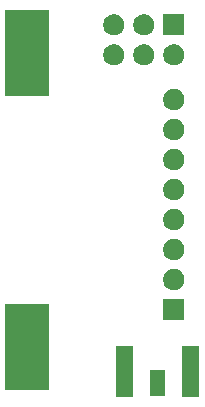
<source format=gbr>
G04 #@! TF.GenerationSoftware,KiCad,Pcbnew,5.1.6*
G04 #@! TF.CreationDate,2020-09-10T16:33:30+02:00*
G04 #@! TF.ProjectId,LORA_ATTINY84,4c4f5241-5f41-4545-9449-4e5938342e6b,rev?*
G04 #@! TF.SameCoordinates,Original*
G04 #@! TF.FileFunction,Soldermask,Bot*
G04 #@! TF.FilePolarity,Negative*
%FSLAX46Y46*%
G04 Gerber Fmt 4.6, Leading zero omitted, Abs format (unit mm)*
G04 Created by KiCad (PCBNEW 5.1.6) date 2020-09-10 16:33:30*
%MOMM*%
%LPD*%
G01*
G04 APERTURE LIST*
%ADD10C,0.100000*%
G04 APERTURE END LIST*
D10*
G36*
X91638200Y-79544800D02*
G01*
X90186200Y-79544800D01*
X90186200Y-75242800D01*
X91638200Y-75242800D01*
X91638200Y-79544800D01*
G37*
G36*
X85988200Y-79544800D02*
G01*
X84536200Y-79544800D01*
X84536200Y-75242800D01*
X85988200Y-75242800D01*
X85988200Y-79544800D01*
G37*
G36*
X88738200Y-79485400D02*
G01*
X87436200Y-79485400D01*
X87436200Y-77283400D01*
X88738200Y-77283400D01*
X88738200Y-79485400D01*
G37*
G36*
X78914600Y-78937400D02*
G01*
X75212600Y-78937400D01*
X75212600Y-71735400D01*
X78914600Y-71735400D01*
X78914600Y-78937400D01*
G37*
G36*
X90359800Y-73062400D02*
G01*
X88557800Y-73062400D01*
X88557800Y-71260400D01*
X90359800Y-71260400D01*
X90359800Y-73062400D01*
G37*
G36*
X89572312Y-68725327D02*
G01*
X89721612Y-68755024D01*
X89885584Y-68822944D01*
X90033154Y-68921547D01*
X90158653Y-69047046D01*
X90257256Y-69194616D01*
X90325176Y-69358588D01*
X90359800Y-69532659D01*
X90359800Y-69710141D01*
X90325176Y-69884212D01*
X90257256Y-70048184D01*
X90158653Y-70195754D01*
X90033154Y-70321253D01*
X89885584Y-70419856D01*
X89721612Y-70487776D01*
X89572312Y-70517473D01*
X89547542Y-70522400D01*
X89370058Y-70522400D01*
X89345288Y-70517473D01*
X89195988Y-70487776D01*
X89032016Y-70419856D01*
X88884446Y-70321253D01*
X88758947Y-70195754D01*
X88660344Y-70048184D01*
X88592424Y-69884212D01*
X88557800Y-69710141D01*
X88557800Y-69532659D01*
X88592424Y-69358588D01*
X88660344Y-69194616D01*
X88758947Y-69047046D01*
X88884446Y-68921547D01*
X89032016Y-68822944D01*
X89195988Y-68755024D01*
X89345288Y-68725327D01*
X89370058Y-68720400D01*
X89547542Y-68720400D01*
X89572312Y-68725327D01*
G37*
G36*
X89572312Y-66185327D02*
G01*
X89721612Y-66215024D01*
X89885584Y-66282944D01*
X90033154Y-66381547D01*
X90158653Y-66507046D01*
X90257256Y-66654616D01*
X90325176Y-66818588D01*
X90359800Y-66992659D01*
X90359800Y-67170141D01*
X90325176Y-67344212D01*
X90257256Y-67508184D01*
X90158653Y-67655754D01*
X90033154Y-67781253D01*
X89885584Y-67879856D01*
X89721612Y-67947776D01*
X89572312Y-67977473D01*
X89547542Y-67982400D01*
X89370058Y-67982400D01*
X89345288Y-67977473D01*
X89195988Y-67947776D01*
X89032016Y-67879856D01*
X88884446Y-67781253D01*
X88758947Y-67655754D01*
X88660344Y-67508184D01*
X88592424Y-67344212D01*
X88557800Y-67170141D01*
X88557800Y-66992659D01*
X88592424Y-66818588D01*
X88660344Y-66654616D01*
X88758947Y-66507046D01*
X88884446Y-66381547D01*
X89032016Y-66282944D01*
X89195988Y-66215024D01*
X89345288Y-66185327D01*
X89370058Y-66180400D01*
X89547542Y-66180400D01*
X89572312Y-66185327D01*
G37*
G36*
X89572312Y-63645327D02*
G01*
X89721612Y-63675024D01*
X89885584Y-63742944D01*
X90033154Y-63841547D01*
X90158653Y-63967046D01*
X90257256Y-64114616D01*
X90325176Y-64278588D01*
X90359800Y-64452659D01*
X90359800Y-64630141D01*
X90325176Y-64804212D01*
X90257256Y-64968184D01*
X90158653Y-65115754D01*
X90033154Y-65241253D01*
X89885584Y-65339856D01*
X89721612Y-65407776D01*
X89572312Y-65437473D01*
X89547542Y-65442400D01*
X89370058Y-65442400D01*
X89345288Y-65437473D01*
X89195988Y-65407776D01*
X89032016Y-65339856D01*
X88884446Y-65241253D01*
X88758947Y-65115754D01*
X88660344Y-64968184D01*
X88592424Y-64804212D01*
X88557800Y-64630141D01*
X88557800Y-64452659D01*
X88592424Y-64278588D01*
X88660344Y-64114616D01*
X88758947Y-63967046D01*
X88884446Y-63841547D01*
X89032016Y-63742944D01*
X89195988Y-63675024D01*
X89345288Y-63645327D01*
X89370058Y-63640400D01*
X89547542Y-63640400D01*
X89572312Y-63645327D01*
G37*
G36*
X89572312Y-61105327D02*
G01*
X89721612Y-61135024D01*
X89885584Y-61202944D01*
X90033154Y-61301547D01*
X90158653Y-61427046D01*
X90257256Y-61574616D01*
X90325176Y-61738588D01*
X90359800Y-61912659D01*
X90359800Y-62090141D01*
X90325176Y-62264212D01*
X90257256Y-62428184D01*
X90158653Y-62575754D01*
X90033154Y-62701253D01*
X89885584Y-62799856D01*
X89721612Y-62867776D01*
X89572312Y-62897473D01*
X89547542Y-62902400D01*
X89370058Y-62902400D01*
X89345288Y-62897473D01*
X89195988Y-62867776D01*
X89032016Y-62799856D01*
X88884446Y-62701253D01*
X88758947Y-62575754D01*
X88660344Y-62428184D01*
X88592424Y-62264212D01*
X88557800Y-62090141D01*
X88557800Y-61912659D01*
X88592424Y-61738588D01*
X88660344Y-61574616D01*
X88758947Y-61427046D01*
X88884446Y-61301547D01*
X89032016Y-61202944D01*
X89195988Y-61135024D01*
X89345288Y-61105327D01*
X89370058Y-61100400D01*
X89547542Y-61100400D01*
X89572312Y-61105327D01*
G37*
G36*
X89572312Y-58565327D02*
G01*
X89721612Y-58595024D01*
X89885584Y-58662944D01*
X90033154Y-58761547D01*
X90158653Y-58887046D01*
X90257256Y-59034616D01*
X90325176Y-59198588D01*
X90359800Y-59372659D01*
X90359800Y-59550141D01*
X90325176Y-59724212D01*
X90257256Y-59888184D01*
X90158653Y-60035754D01*
X90033154Y-60161253D01*
X89885584Y-60259856D01*
X89721612Y-60327776D01*
X89572312Y-60357473D01*
X89547542Y-60362400D01*
X89370058Y-60362400D01*
X89345288Y-60357473D01*
X89195988Y-60327776D01*
X89032016Y-60259856D01*
X88884446Y-60161253D01*
X88758947Y-60035754D01*
X88660344Y-59888184D01*
X88592424Y-59724212D01*
X88557800Y-59550141D01*
X88557800Y-59372659D01*
X88592424Y-59198588D01*
X88660344Y-59034616D01*
X88758947Y-58887046D01*
X88884446Y-58761547D01*
X89032016Y-58662944D01*
X89195988Y-58595024D01*
X89345288Y-58565327D01*
X89370058Y-58560400D01*
X89547542Y-58560400D01*
X89572312Y-58565327D01*
G37*
G36*
X89572312Y-56025327D02*
G01*
X89721612Y-56055024D01*
X89885584Y-56122944D01*
X90033154Y-56221547D01*
X90158653Y-56347046D01*
X90257256Y-56494616D01*
X90325176Y-56658588D01*
X90359800Y-56832659D01*
X90359800Y-57010141D01*
X90325176Y-57184212D01*
X90257256Y-57348184D01*
X90158653Y-57495754D01*
X90033154Y-57621253D01*
X89885584Y-57719856D01*
X89721612Y-57787776D01*
X89572312Y-57817473D01*
X89547542Y-57822400D01*
X89370058Y-57822400D01*
X89345288Y-57817473D01*
X89195988Y-57787776D01*
X89032016Y-57719856D01*
X88884446Y-57621253D01*
X88758947Y-57495754D01*
X88660344Y-57348184D01*
X88592424Y-57184212D01*
X88557800Y-57010141D01*
X88557800Y-56832659D01*
X88592424Y-56658588D01*
X88660344Y-56494616D01*
X88758947Y-56347046D01*
X88884446Y-56221547D01*
X89032016Y-56122944D01*
X89195988Y-56055024D01*
X89345288Y-56025327D01*
X89370058Y-56020400D01*
X89547542Y-56020400D01*
X89572312Y-56025327D01*
G37*
G36*
X89572312Y-53485327D02*
G01*
X89721612Y-53515024D01*
X89885584Y-53582944D01*
X90033154Y-53681547D01*
X90158653Y-53807046D01*
X90257256Y-53954616D01*
X90325176Y-54118588D01*
X90359800Y-54292659D01*
X90359800Y-54470141D01*
X90325176Y-54644212D01*
X90257256Y-54808184D01*
X90158653Y-54955754D01*
X90033154Y-55081253D01*
X89885584Y-55179856D01*
X89721612Y-55247776D01*
X89572312Y-55277473D01*
X89547542Y-55282400D01*
X89370058Y-55282400D01*
X89345288Y-55277473D01*
X89195988Y-55247776D01*
X89032016Y-55179856D01*
X88884446Y-55081253D01*
X88758947Y-54955754D01*
X88660344Y-54808184D01*
X88592424Y-54644212D01*
X88557800Y-54470141D01*
X88557800Y-54292659D01*
X88592424Y-54118588D01*
X88660344Y-53954616D01*
X88758947Y-53807046D01*
X88884446Y-53681547D01*
X89032016Y-53582944D01*
X89195988Y-53515024D01*
X89345288Y-53485327D01*
X89370058Y-53480400D01*
X89547542Y-53480400D01*
X89572312Y-53485327D01*
G37*
G36*
X78914600Y-54045400D02*
G01*
X75212600Y-54045400D01*
X75212600Y-46843400D01*
X78914600Y-46843400D01*
X78914600Y-54045400D01*
G37*
G36*
X89572312Y-49700727D02*
G01*
X89721612Y-49730424D01*
X89885584Y-49798344D01*
X90033154Y-49896947D01*
X90158653Y-50022446D01*
X90257256Y-50170016D01*
X90325176Y-50333988D01*
X90359800Y-50508059D01*
X90359800Y-50685541D01*
X90325176Y-50859612D01*
X90257256Y-51023584D01*
X90158653Y-51171154D01*
X90033154Y-51296653D01*
X89885584Y-51395256D01*
X89721612Y-51463176D01*
X89572312Y-51492873D01*
X89547542Y-51497800D01*
X89370058Y-51497800D01*
X89345288Y-51492873D01*
X89195988Y-51463176D01*
X89032016Y-51395256D01*
X88884446Y-51296653D01*
X88758947Y-51171154D01*
X88660344Y-51023584D01*
X88592424Y-50859612D01*
X88557800Y-50685541D01*
X88557800Y-50508059D01*
X88592424Y-50333988D01*
X88660344Y-50170016D01*
X88758947Y-50022446D01*
X88884446Y-49896947D01*
X89032016Y-49798344D01*
X89195988Y-49730424D01*
X89345288Y-49700727D01*
X89370058Y-49695800D01*
X89547542Y-49695800D01*
X89572312Y-49700727D01*
G37*
G36*
X87032312Y-49700727D02*
G01*
X87181612Y-49730424D01*
X87345584Y-49798344D01*
X87493154Y-49896947D01*
X87618653Y-50022446D01*
X87717256Y-50170016D01*
X87785176Y-50333988D01*
X87819800Y-50508059D01*
X87819800Y-50685541D01*
X87785176Y-50859612D01*
X87717256Y-51023584D01*
X87618653Y-51171154D01*
X87493154Y-51296653D01*
X87345584Y-51395256D01*
X87181612Y-51463176D01*
X87032312Y-51492873D01*
X87007542Y-51497800D01*
X86830058Y-51497800D01*
X86805288Y-51492873D01*
X86655988Y-51463176D01*
X86492016Y-51395256D01*
X86344446Y-51296653D01*
X86218947Y-51171154D01*
X86120344Y-51023584D01*
X86052424Y-50859612D01*
X86017800Y-50685541D01*
X86017800Y-50508059D01*
X86052424Y-50333988D01*
X86120344Y-50170016D01*
X86218947Y-50022446D01*
X86344446Y-49896947D01*
X86492016Y-49798344D01*
X86655988Y-49730424D01*
X86805288Y-49700727D01*
X86830058Y-49695800D01*
X87007542Y-49695800D01*
X87032312Y-49700727D01*
G37*
G36*
X84492312Y-49700727D02*
G01*
X84641612Y-49730424D01*
X84805584Y-49798344D01*
X84953154Y-49896947D01*
X85078653Y-50022446D01*
X85177256Y-50170016D01*
X85245176Y-50333988D01*
X85279800Y-50508059D01*
X85279800Y-50685541D01*
X85245176Y-50859612D01*
X85177256Y-51023584D01*
X85078653Y-51171154D01*
X84953154Y-51296653D01*
X84805584Y-51395256D01*
X84641612Y-51463176D01*
X84492312Y-51492873D01*
X84467542Y-51497800D01*
X84290058Y-51497800D01*
X84265288Y-51492873D01*
X84115988Y-51463176D01*
X83952016Y-51395256D01*
X83804446Y-51296653D01*
X83678947Y-51171154D01*
X83580344Y-51023584D01*
X83512424Y-50859612D01*
X83477800Y-50685541D01*
X83477800Y-50508059D01*
X83512424Y-50333988D01*
X83580344Y-50170016D01*
X83678947Y-50022446D01*
X83804446Y-49896947D01*
X83952016Y-49798344D01*
X84115988Y-49730424D01*
X84265288Y-49700727D01*
X84290058Y-49695800D01*
X84467542Y-49695800D01*
X84492312Y-49700727D01*
G37*
G36*
X87032312Y-47160727D02*
G01*
X87181612Y-47190424D01*
X87345584Y-47258344D01*
X87493154Y-47356947D01*
X87618653Y-47482446D01*
X87717256Y-47630016D01*
X87785176Y-47793988D01*
X87819800Y-47968059D01*
X87819800Y-48145541D01*
X87785176Y-48319612D01*
X87717256Y-48483584D01*
X87618653Y-48631154D01*
X87493154Y-48756653D01*
X87345584Y-48855256D01*
X87181612Y-48923176D01*
X87032312Y-48952873D01*
X87007542Y-48957800D01*
X86830058Y-48957800D01*
X86805288Y-48952873D01*
X86655988Y-48923176D01*
X86492016Y-48855256D01*
X86344446Y-48756653D01*
X86218947Y-48631154D01*
X86120344Y-48483584D01*
X86052424Y-48319612D01*
X86017800Y-48145541D01*
X86017800Y-47968059D01*
X86052424Y-47793988D01*
X86120344Y-47630016D01*
X86218947Y-47482446D01*
X86344446Y-47356947D01*
X86492016Y-47258344D01*
X86655988Y-47190424D01*
X86805288Y-47160727D01*
X86830058Y-47155800D01*
X87007542Y-47155800D01*
X87032312Y-47160727D01*
G37*
G36*
X90359800Y-48957800D02*
G01*
X88557800Y-48957800D01*
X88557800Y-47155800D01*
X90359800Y-47155800D01*
X90359800Y-48957800D01*
G37*
G36*
X84492312Y-47160727D02*
G01*
X84641612Y-47190424D01*
X84805584Y-47258344D01*
X84953154Y-47356947D01*
X85078653Y-47482446D01*
X85177256Y-47630016D01*
X85245176Y-47793988D01*
X85279800Y-47968059D01*
X85279800Y-48145541D01*
X85245176Y-48319612D01*
X85177256Y-48483584D01*
X85078653Y-48631154D01*
X84953154Y-48756653D01*
X84805584Y-48855256D01*
X84641612Y-48923176D01*
X84492312Y-48952873D01*
X84467542Y-48957800D01*
X84290058Y-48957800D01*
X84265288Y-48952873D01*
X84115988Y-48923176D01*
X83952016Y-48855256D01*
X83804446Y-48756653D01*
X83678947Y-48631154D01*
X83580344Y-48483584D01*
X83512424Y-48319612D01*
X83477800Y-48145541D01*
X83477800Y-47968059D01*
X83512424Y-47793988D01*
X83580344Y-47630016D01*
X83678947Y-47482446D01*
X83804446Y-47356947D01*
X83952016Y-47258344D01*
X84115988Y-47190424D01*
X84265288Y-47160727D01*
X84290058Y-47155800D01*
X84467542Y-47155800D01*
X84492312Y-47160727D01*
G37*
M02*

</source>
